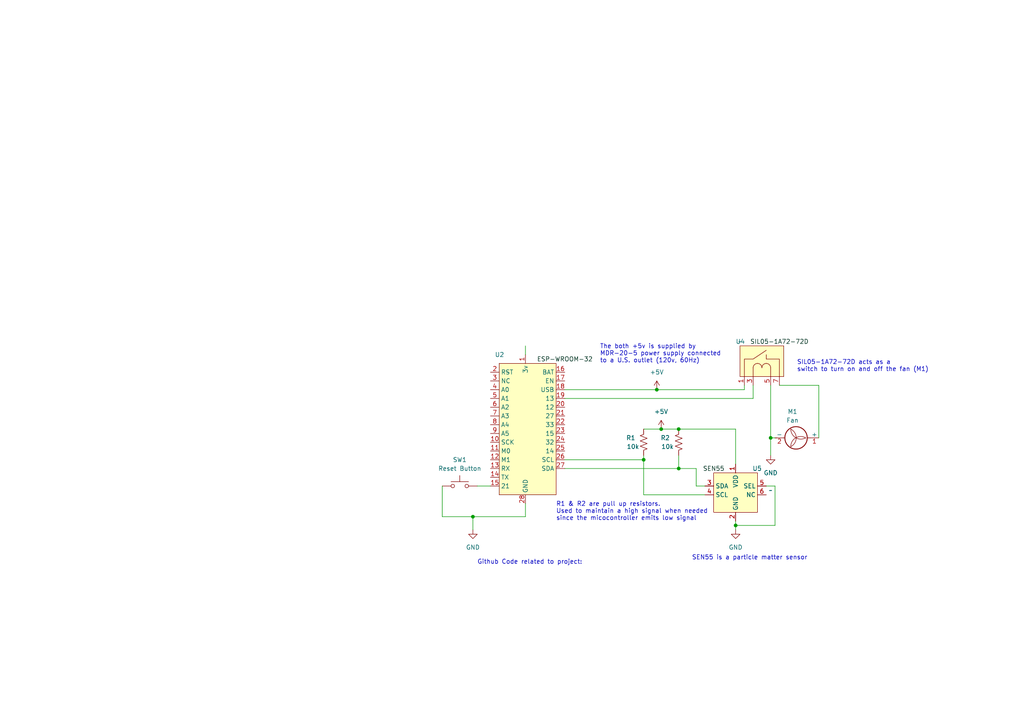
<source format=kicad_sch>
(kicad_sch (version 20230121) (generator eeschema)

  (uuid 294e433e-dd30-4455-879b-950749cb0ec9)

  (paper "A4")

  (title_block
    (title "Air Quality Sensor Mk2")
    (date "2024-07-08")
    (rev "1")
    (company "University of Washing AUEG Club")
  )

  (lib_symbols
    (symbol "Device:R_US" (pin_numbers hide) (pin_names (offset 0)) (in_bom yes) (on_board yes)
      (property "Reference" "R" (at 2.54 0 90)
        (effects (font (size 1.27 1.27)))
      )
      (property "Value" "R_US" (at -2.54 0 90)
        (effects (font (size 1.27 1.27)))
      )
      (property "Footprint" "" (at 1.016 -0.254 90)
        (effects (font (size 1.27 1.27)) hide)
      )
      (property "Datasheet" "~" (at 0 0 0)
        (effects (font (size 1.27 1.27)) hide)
      )
      (property "ki_keywords" "R res resistor" (at 0 0 0)
        (effects (font (size 1.27 1.27)) hide)
      )
      (property "ki_description" "Resistor, US symbol" (at 0 0 0)
        (effects (font (size 1.27 1.27)) hide)
      )
      (property "ki_fp_filters" "R_*" (at 0 0 0)
        (effects (font (size 1.27 1.27)) hide)
      )
      (symbol "R_US_0_1"
        (polyline
          (pts
            (xy 0 -2.286)
            (xy 0 -2.54)
          )
          (stroke (width 0) (type default))
          (fill (type none))
        )
        (polyline
          (pts
            (xy 0 2.286)
            (xy 0 2.54)
          )
          (stroke (width 0) (type default))
          (fill (type none))
        )
        (polyline
          (pts
            (xy 0 -0.762)
            (xy 1.016 -1.143)
            (xy 0 -1.524)
            (xy -1.016 -1.905)
            (xy 0 -2.286)
          )
          (stroke (width 0) (type default))
          (fill (type none))
        )
        (polyline
          (pts
            (xy 0 0.762)
            (xy 1.016 0.381)
            (xy 0 0)
            (xy -1.016 -0.381)
            (xy 0 -0.762)
          )
          (stroke (width 0) (type default))
          (fill (type none))
        )
        (polyline
          (pts
            (xy 0 2.286)
            (xy 1.016 1.905)
            (xy 0 1.524)
            (xy -1.016 1.143)
            (xy 0 0.762)
          )
          (stroke (width 0) (type default))
          (fill (type none))
        )
      )
      (symbol "R_US_1_1"
        (pin passive line (at 0 3.81 270) (length 1.27)
          (name "~" (effects (font (size 1.27 1.27))))
          (number "1" (effects (font (size 1.27 1.27))))
        )
        (pin passive line (at 0 -3.81 90) (length 1.27)
          (name "~" (effects (font (size 1.27 1.27))))
          (number "2" (effects (font (size 1.27 1.27))))
        )
      )
    )
    (symbol "Motor:Fan" (pin_names (offset 0)) (in_bom yes) (on_board yes)
      (property "Reference" "M" (at 2.54 5.08 0)
        (effects (font (size 1.27 1.27)) (justify left))
      )
      (property "Value" "Fan" (at 2.54 -2.54 0)
        (effects (font (size 1.27 1.27)) (justify left top))
      )
      (property "Footprint" "" (at 0 0.254 0)
        (effects (font (size 1.27 1.27)) hide)
      )
      (property "Datasheet" "~" (at 0 0.254 0)
        (effects (font (size 1.27 1.27)) hide)
      )
      (property "ki_keywords" "Fan Motor" (at 0 0 0)
        (effects (font (size 1.27 1.27)) hide)
      )
      (property "ki_description" "Fan" (at 0 0 0)
        (effects (font (size 1.27 1.27)) hide)
      )
      (property "ki_fp_filters" "PinHeader*P2.54mm* TerminalBlock*" (at 0 0 0)
        (effects (font (size 1.27 1.27)) hide)
      )
      (symbol "Fan_0_1"
        (arc (start -2.54 -0.508) (mid 0.0028 0.9121) (end 0 3.81)
          (stroke (width 0) (type default))
          (fill (type none))
        )
        (polyline
          (pts
            (xy 0 -5.08)
            (xy 0 -4.572)
          )
          (stroke (width 0) (type default))
          (fill (type none))
        )
        (polyline
          (pts
            (xy 0 -2.2352)
            (xy 0 -2.6416)
          )
          (stroke (width 0) (type default))
          (fill (type none))
        )
        (polyline
          (pts
            (xy 0 4.2672)
            (xy 0 4.6228)
          )
          (stroke (width 0) (type default))
          (fill (type none))
        )
        (polyline
          (pts
            (xy 0 4.572)
            (xy 0 5.08)
          )
          (stroke (width 0) (type default))
          (fill (type none))
        )
        (circle (center 0 1.016) (radius 3.2512)
          (stroke (width 0.254) (type default))
          (fill (type none))
        )
        (arc (start 0 3.81) (mid 0.053 0.921) (end 2.54 -0.508)
          (stroke (width 0) (type default))
          (fill (type none))
        )
        (arc (start 2.54 -0.508) (mid 0 1.0618) (end -2.54 -0.508)
          (stroke (width 0) (type default))
          (fill (type none))
        )
      )
      (symbol "Fan_1_1"
        (pin passive line (at 0 7.62 270) (length 2.54)
          (name "+" (effects (font (size 1.27 1.27))))
          (number "1" (effects (font (size 1.27 1.27))))
        )
        (pin passive line (at 0 -5.08 90) (length 2.54)
          (name "-" (effects (font (size 1.27 1.27))))
          (number "2" (effects (font (size 1.27 1.27))))
        )
      )
    )
    (symbol "Other Integrated Circuits:SIL_REED_RELAY SIL05-1A72-72D" (in_bom yes) (on_board yes)
      (property "Reference" "U" (at -19.05 3.81 0)
        (effects (font (size 1.27 1.27)))
      )
      (property "Value" "" (at -19.05 3.81 0)
        (effects (font (size 1.27 1.27)))
      )
      (property "Footprint" "" (at -19.05 3.81 0)
        (effects (font (size 1.27 1.27)) hide)
      )
      (property "Datasheet" "" (at -19.05 3.81 0)
        (effects (font (size 1.27 1.27)) hide)
      )
      (symbol "SIL_REED_RELAY SIL05-1A72-72D_0_1"
        (arc (start -13.97 -2.54) (mid -14.868 -2.912) (end -15.24 -3.81)
          (stroke (width 0) (type default))
          (fill (type none))
        )
        (arc (start -12.7 -3.81) (mid -13.072 -2.912) (end -13.97 -2.54)
          (stroke (width 0) (type default))
          (fill (type none))
        )
        (arc (start -11.43 -2.54) (mid -12.328 -2.912) (end -12.7 -3.81)
          (stroke (width 0) (type default))
          (fill (type none))
        )
        (arc (start -10.16 -3.81) (mid -10.532 -2.912) (end -11.43 -2.54)
          (stroke (width 0) (type default))
          (fill (type none))
        )
        (polyline
          (pts
            (xy -15.24 -3.81)
            (xy -15.24 -6.35)
          )
          (stroke (width 0) (type default))
          (fill (type none))
        )
        (polyline
          (pts
            (xy -10.16 -3.81)
            (xy -10.16 -6.35)
          )
          (stroke (width 0) (type default))
          (fill (type none))
        )
        (polyline
          (pts
            (xy -17.78 -6.35)
            (xy -17.78 -1.27)
            (xy -15.24 -1.27)
            (xy -11.43 1.27)
          )
          (stroke (width 0) (type default))
          (fill (type none))
        )
        (polyline
          (pts
            (xy -11.43 0)
            (xy -11.43 -1.27)
            (xy -7.62 -1.27)
            (xy -7.62 -6.35)
          )
          (stroke (width 0) (type default))
          (fill (type none))
        )
      )
      (symbol "SIL_REED_RELAY SIL05-1A72-72D_1_1"
        (rectangle (start -19.05 2.54) (end -6.35 -6.35)
          (stroke (width 0) (type default))
          (fill (type background))
        )
        (text "SIL05-1A72-72D" (at -7.62 3.81 0)
          (effects (font (size 1.27 1.27) (color 1 50 32 1)))
        )
        (pin bidirectional line (at -17.78 -8.89 90) (length 2.54)
          (name "" (effects (font (size 1.27 1.27))))
          (number "1" (effects (font (size 1.27 1.27))))
        )
        (pin bidirectional line (at -15.24 -8.89 90) (length 2.54)
          (name "" (effects (font (size 1.27 1.27))))
          (number "3" (effects (font (size 1.27 1.27))))
        )
        (pin bidirectional line (at -10.16 -8.89 90) (length 2.54)
          (name "" (effects (font (size 1.27 1.27))))
          (number "5" (effects (font (size 1.27 1.27))))
        )
        (pin bidirectional line (at -7.62 -8.89 90) (length 2.54)
          (name "" (effects (font (size 1.27 1.27))))
          (number "7" (effects (font (size 1.27 1.27))))
        )
      )
    )
    (symbol "Other Microcontroller:ESP32" (in_bom yes) (on_board yes)
      (property "Reference" "U" (at -2.54 3.81 0)
        (effects (font (size 1.27 1.27)))
      )
      (property "Value" "" (at 0 0 0)
        (effects (font (size 1.27 1.27)))
      )
      (property "Footprint" "" (at 0 0 0)
        (effects (font (size 1.27 1.27)) hide)
      )
      (property "Datasheet" "" (at 0 0 0)
        (effects (font (size 1.27 1.27)) hide)
      )
      (symbol "ESP32_1_1"
        (rectangle (start -2.54 2.54) (end 13.97 -35.56)
          (stroke (width 0) (type default))
          (fill (type background))
        )
        (text "ESP-WROOM-32\n" (at 16.51 3.81 0)
          (effects (font (size 1.27 1.27) (color 1 50 32 1)))
        )
        (pin input line (at 5.08 5.08 270) (length 2.54)
          (name "3v" (effects (font (size 1.27 1.27))))
          (number "1" (effects (font (size 1.27 1.27))))
        )
        (pin bidirectional line (at -5.08 -20.32 0) (length 2.54)
          (name "SCK" (effects (font (size 1.27 1.27))))
          (number "10" (effects (font (size 1.27 1.27))))
        )
        (pin bidirectional line (at -5.08 -22.86 0) (length 2.54)
          (name "M0" (effects (font (size 1.27 1.27))))
          (number "11" (effects (font (size 1.27 1.27))))
        )
        (pin bidirectional line (at -5.08 -25.4 0) (length 2.54)
          (name "M1" (effects (font (size 1.27 1.27))))
          (number "12" (effects (font (size 1.27 1.27))))
        )
        (pin bidirectional line (at -5.08 -27.94 0) (length 2.54)
          (name "RX" (effects (font (size 1.27 1.27))))
          (number "13" (effects (font (size 1.27 1.27))))
        )
        (pin bidirectional line (at -5.08 -30.48 0) (length 2.54)
          (name "TX" (effects (font (size 1.27 1.27))))
          (number "14" (effects (font (size 1.27 1.27))))
        )
        (pin bidirectional line (at -5.08 -33.02 0) (length 2.54)
          (name "21" (effects (font (size 1.27 1.27))))
          (number "15" (effects (font (size 1.27 1.27))))
        )
        (pin bidirectional line (at 16.51 0 180) (length 2.54)
          (name "BAT" (effects (font (size 1.27 1.27))))
          (number "16" (effects (font (size 1.27 1.27))))
        )
        (pin bidirectional line (at 16.51 -2.54 180) (length 2.54)
          (name "EN" (effects (font (size 1.27 1.27))))
          (number "17" (effects (font (size 1.27 1.27))))
        )
        (pin bidirectional line (at 16.51 -5.08 180) (length 2.54)
          (name "USB" (effects (font (size 1.27 1.27))))
          (number "18" (effects (font (size 1.27 1.27))))
        )
        (pin bidirectional line (at 16.51 -7.62 180) (length 2.54)
          (name "13" (effects (font (size 1.27 1.27))))
          (number "19" (effects (font (size 1.27 1.27))))
        )
        (pin bidirectional line (at -5.08 0 0) (length 2.54)
          (name "RST" (effects (font (size 1.27 1.27))))
          (number "2" (effects (font (size 1.27 1.27))))
        )
        (pin bidirectional line (at 16.51 -10.16 180) (length 2.54)
          (name "12" (effects (font (size 1.27 1.27))))
          (number "20" (effects (font (size 1.27 1.27))))
        )
        (pin bidirectional line (at 16.51 -12.7 180) (length 2.54)
          (name "27" (effects (font (size 1.27 1.27))))
          (number "21" (effects (font (size 1.27 1.27))))
        )
        (pin bidirectional line (at 16.51 -15.24 180) (length 2.54)
          (name "33" (effects (font (size 1.27 1.27))))
          (number "22" (effects (font (size 1.27 1.27))))
        )
        (pin bidirectional line (at 16.51 -17.78 180) (length 2.54)
          (name "15" (effects (font (size 1.27 1.27))))
          (number "23" (effects (font (size 1.27 1.27))))
        )
        (pin bidirectional line (at 16.51 -20.32 180) (length 2.54)
          (name "32" (effects (font (size 1.27 1.27))))
          (number "24" (effects (font (size 1.27 1.27))))
        )
        (pin bidirectional line (at 16.51 -22.86 180) (length 2.54)
          (name "14" (effects (font (size 1.27 1.27))))
          (number "25" (effects (font (size 1.27 1.27))))
        )
        (pin bidirectional line (at 16.51 -25.4 180) (length 2.54)
          (name "SCL" (effects (font (size 1.27 1.27))))
          (number "26" (effects (font (size 1.27 1.27))))
        )
        (pin bidirectional line (at 16.51 -27.94 180) (length 2.54)
          (name "SDA" (effects (font (size 1.27 1.27))))
          (number "27" (effects (font (size 1.27 1.27))))
        )
        (pin input line (at 5.08 -38.1 90) (length 2.54)
          (name "GND" (effects (font (size 1.27 1.27))))
          (number "28" (effects (font (size 1.27 1.27))))
        )
        (pin bidirectional line (at -5.08 -2.54 0) (length 2.54)
          (name "NC" (effects (font (size 1.27 1.27))))
          (number "3" (effects (font (size 1.27 1.27))))
        )
        (pin bidirectional line (at -5.08 -5.08 0) (length 2.54)
          (name "A0" (effects (font (size 1.27 1.27))))
          (number "4" (effects (font (size 1.27 1.27))))
        )
        (pin bidirectional line (at -5.08 -7.62 0) (length 2.54)
          (name "A1" (effects (font (size 1.27 1.27))))
          (number "5" (effects (font (size 1.27 1.27))))
        )
        (pin bidirectional line (at -5.08 -10.16 0) (length 2.54)
          (name "A2" (effects (font (size 1.27 1.27))))
          (number "6" (effects (font (size 1.27 1.27))))
        )
        (pin bidirectional line (at -5.08 -12.7 0) (length 2.54)
          (name "A3" (effects (font (size 1.27 1.27))))
          (number "7" (effects (font (size 1.27 1.27))))
        )
        (pin bidirectional line (at -5.08 -15.24 0) (length 2.54)
          (name "A4" (effects (font (size 1.27 1.27))))
          (number "8" (effects (font (size 1.27 1.27))))
        )
        (pin bidirectional line (at -5.08 -17.78 0) (length 2.54)
          (name "A5" (effects (font (size 1.27 1.27))))
          (number "9" (effects (font (size 1.27 1.27))))
        )
      )
    )
    (symbol "Other Sensors:SEN55" (in_bom yes) (on_board yes)
      (property "Reference" "U" (at -6.35 12.7 0)
        (effects (font (size 1.27 1.27)))
      )
      (property "Value" "" (at -10.16 6.35 0)
        (effects (font (size 1.27 1.27)))
      )
      (property "Footprint" "" (at -10.16 6.35 0)
        (effects (font (size 1.27 1.27)) hide)
      )
      (property "Datasheet" "" (at -10.16 6.35 0)
        (effects (font (size 1.27 1.27)) hide)
      )
      (symbol "SEN55_1_1"
        (rectangle (start -6.35 11.43) (end 6.35 0)
          (stroke (width 0) (type default))
          (fill (type background))
        )
        (text "SEN55\n" (at 6.35 12.7 0)
          (effects (font (size 1.27 1.27) (color 1 50 32 1)))
        )
        (pin input line (at 0 13.97 270) (length 2.54)
          (name "VDD" (effects (font (size 1.27 1.27))))
          (number "1" (effects (font (size 1.27 1.27))))
        )
        (pin output line (at 0 -2.54 90) (length 2.54)
          (name "GND" (effects (font (size 1.27 1.27))))
          (number "2" (effects (font (size 1.27 1.27))))
        )
        (pin bidirectional line (at 8.89 7.62 180) (length 2.54)
          (name "SDA" (effects (font (size 1.27 1.27))))
          (number "3" (effects (font (size 1.27 1.27))))
        )
        (pin input line (at 8.89 5.08 180) (length 2.54)
          (name "SCL" (effects (font (size 1.27 1.27))))
          (number "4" (effects (font (size 1.27 1.27))))
        )
        (pin output line (at -8.89 7.62 0) (length 2.54)
          (name "SEL" (effects (font (size 1.27 1.27))))
          (number "5" (effects (font (size 1.27 1.27))))
        )
        (pin output line (at -8.89 5.08 0) (length 2.54)
          (name "NC" (effects (font (size 1.27 1.27))))
          (number "6" (effects (font (size 1.27 1.27))))
        )
      )
    )
    (symbol "Switch:SW_Push" (pin_numbers hide) (pin_names (offset 1.016) hide) (in_bom yes) (on_board yes)
      (property "Reference" "SW" (at 1.27 2.54 0)
        (effects (font (size 1.27 1.27)) (justify left))
      )
      (property "Value" "SW_Push" (at 0 -1.524 0)
        (effects (font (size 1.27 1.27)))
      )
      (property "Footprint" "" (at 0 5.08 0)
        (effects (font (size 1.27 1.27)) hide)
      )
      (property "Datasheet" "~" (at 0 5.08 0)
        (effects (font (size 1.27 1.27)) hide)
      )
      (property "ki_keywords" "switch normally-open pushbutton push-button" (at 0 0 0)
        (effects (font (size 1.27 1.27)) hide)
      )
      (property "ki_description" "Push button switch, generic, two pins" (at 0 0 0)
        (effects (font (size 1.27 1.27)) hide)
      )
      (symbol "SW_Push_0_1"
        (circle (center -2.032 0) (radius 0.508)
          (stroke (width 0) (type default))
          (fill (type none))
        )
        (polyline
          (pts
            (xy 0 1.27)
            (xy 0 3.048)
          )
          (stroke (width 0) (type default))
          (fill (type none))
        )
        (polyline
          (pts
            (xy 2.54 1.27)
            (xy -2.54 1.27)
          )
          (stroke (width 0) (type default))
          (fill (type none))
        )
        (circle (center 2.032 0) (radius 0.508)
          (stroke (width 0) (type default))
          (fill (type none))
        )
        (pin passive line (at -5.08 0 0) (length 2.54)
          (name "1" (effects (font (size 1.27 1.27))))
          (number "1" (effects (font (size 1.27 1.27))))
        )
        (pin passive line (at 5.08 0 180) (length 2.54)
          (name "2" (effects (font (size 1.27 1.27))))
          (number "2" (effects (font (size 1.27 1.27))))
        )
      )
    )
    (symbol "power:+5V" (power) (pin_names (offset 0)) (in_bom yes) (on_board yes)
      (property "Reference" "#PWR" (at 0 -3.81 0)
        (effects (font (size 1.27 1.27)) hide)
      )
      (property "Value" "+5V" (at 0 3.556 0)
        (effects (font (size 1.27 1.27)))
      )
      (property "Footprint" "" (at 0 0 0)
        (effects (font (size 1.27 1.27)) hide)
      )
      (property "Datasheet" "" (at 0 0 0)
        (effects (font (size 1.27 1.27)) hide)
      )
      (property "ki_keywords" "global power" (at 0 0 0)
        (effects (font (size 1.27 1.27)) hide)
      )
      (property "ki_description" "Power symbol creates a global label with name \"+5V\"" (at 0 0 0)
        (effects (font (size 1.27 1.27)) hide)
      )
      (symbol "+5V_0_1"
        (polyline
          (pts
            (xy -0.762 1.27)
            (xy 0 2.54)
          )
          (stroke (width 0) (type default))
          (fill (type none))
        )
        (polyline
          (pts
            (xy 0 0)
            (xy 0 2.54)
          )
          (stroke (width 0) (type default))
          (fill (type none))
        )
        (polyline
          (pts
            (xy 0 2.54)
            (xy 0.762 1.27)
          )
          (stroke (width 0) (type default))
          (fill (type none))
        )
      )
      (symbol "+5V_1_1"
        (pin power_in line (at 0 0 90) (length 0) hide
          (name "+5V" (effects (font (size 1.27 1.27))))
          (number "1" (effects (font (size 1.27 1.27))))
        )
      )
    )
    (symbol "power:GND" (power) (pin_names (offset 0)) (in_bom yes) (on_board yes)
      (property "Reference" "#PWR" (at 0 -6.35 0)
        (effects (font (size 1.27 1.27)) hide)
      )
      (property "Value" "GND" (at 0 -3.81 0)
        (effects (font (size 1.27 1.27)))
      )
      (property "Footprint" "" (at 0 0 0)
        (effects (font (size 1.27 1.27)) hide)
      )
      (property "Datasheet" "" (at 0 0 0)
        (effects (font (size 1.27 1.27)) hide)
      )
      (property "ki_keywords" "global power" (at 0 0 0)
        (effects (font (size 1.27 1.27)) hide)
      )
      (property "ki_description" "Power symbol creates a global label with name \"GND\" , ground" (at 0 0 0)
        (effects (font (size 1.27 1.27)) hide)
      )
      (symbol "GND_0_1"
        (polyline
          (pts
            (xy 0 0)
            (xy 0 -1.27)
            (xy 1.27 -1.27)
            (xy 0 -2.54)
            (xy -1.27 -1.27)
            (xy 0 -1.27)
          )
          (stroke (width 0) (type default))
          (fill (type none))
        )
      )
      (symbol "GND_1_1"
        (pin power_in line (at 0 0 270) (length 0) hide
          (name "GND" (effects (font (size 1.27 1.27))))
          (number "1" (effects (font (size 1.27 1.27))))
        )
      )
    )
  )

  (junction (at 190.5 113.03) (diameter 0) (color 0 0 0 0)
    (uuid 23072df9-b69c-410c-bb4a-e8bf2af9ceed)
  )
  (junction (at 223.52 127) (diameter 0) (color 0 0 0 0)
    (uuid 5118bd23-d674-449b-a691-9f10dcfcbf8c)
  )
  (junction (at 196.85 124.46) (diameter 0) (color 0 0 0 0)
    (uuid 55006f8f-04ba-455c-93de-af5eb8018f25)
  )
  (junction (at 191.77 124.46) (diameter 0) (color 0 0 0 0)
    (uuid 843a494e-84b1-4ed1-8334-49e2b5357087)
  )
  (junction (at 186.69 133.35) (diameter 0) (color 0 0 0 0)
    (uuid b10bcef7-a25c-4d95-8fd5-42d5479f4908)
  )
  (junction (at 213.36 152.4) (diameter 0) (color 0 0 0 0)
    (uuid b367016e-8300-4f81-9557-761882d344b6)
  )
  (junction (at 196.85 135.89) (diameter 0) (color 0 0 0 0)
    (uuid b56df007-31aa-4edb-95a4-010668f6d7ad)
  )
  (junction (at 137.16 149.86) (diameter 0) (color 0 0 0 0)
    (uuid b5c36189-241e-4d25-9605-c1db55ff07e6)
  )

  (wire (pts (xy 196.85 135.89) (xy 201.93 135.89))
    (stroke (width 0) (type default))
    (uuid 02083e52-f728-4f96-8c81-5c019065d2ca)
  )
  (wire (pts (xy 163.83 113.03) (xy 190.5 113.03))
    (stroke (width 0) (type default))
    (uuid 0c3d7999-14df-446a-a41a-2644b567ec14)
  )
  (wire (pts (xy 224.79 140.97) (xy 224.79 152.4))
    (stroke (width 0) (type default))
    (uuid 0ce2f5e2-6c4a-4827-bc33-1715c8558d87)
  )
  (wire (pts (xy 186.69 133.35) (xy 186.69 143.51))
    (stroke (width 0) (type default))
    (uuid 14ad7872-c41d-468e-9101-f89bdeafc1ca)
  )
  (wire (pts (xy 224.79 152.4) (xy 213.36 152.4))
    (stroke (width 0) (type default))
    (uuid 1c80b706-e74e-4d27-ba3a-37b66cc28122)
  )
  (wire (pts (xy 204.47 140.97) (xy 201.93 140.97))
    (stroke (width 0) (type default))
    (uuid 2772b0c8-a6a0-4c2e-bbc5-1e1838963511)
  )
  (wire (pts (xy 152.4 100.33) (xy 152.4 102.87))
    (stroke (width 0) (type default))
    (uuid 294d9271-f18f-4d97-bb15-6183b67bbb3a)
  )
  (wire (pts (xy 213.36 124.46) (xy 213.36 134.62))
    (stroke (width 0) (type default))
    (uuid 2ab86b3c-3b01-4290-8ace-1ec8c8dbf5d0)
  )
  (wire (pts (xy 237.49 111.76) (xy 237.49 127))
    (stroke (width 0) (type default))
    (uuid 2ff79e3b-262f-472d-ae23-590e2e8003b4)
  )
  (wire (pts (xy 223.52 111.76) (xy 223.52 127))
    (stroke (width 0) (type default))
    (uuid 46ef7b66-c68d-4d36-b60c-67774fe4c2ab)
  )
  (wire (pts (xy 186.69 132.08) (xy 186.69 133.35))
    (stroke (width 0) (type default))
    (uuid 4f7a5fd2-023b-46b0-a250-7c0551a5dcf0)
  )
  (wire (pts (xy 223.52 127) (xy 223.52 132.08))
    (stroke (width 0) (type default))
    (uuid 4f9f1a31-1328-4e5a-80fc-2120cc330898)
  )
  (wire (pts (xy 218.44 115.57) (xy 218.44 111.76))
    (stroke (width 0) (type default))
    (uuid 5086b3ea-c9f4-4849-b35c-0f233c7973ce)
  )
  (wire (pts (xy 196.85 124.46) (xy 213.36 124.46))
    (stroke (width 0) (type default))
    (uuid 59e15b22-a2b7-48b0-8c41-03a7775eb97a)
  )
  (wire (pts (xy 196.85 124.46) (xy 191.77 124.46))
    (stroke (width 0) (type default))
    (uuid 5b221344-6a8e-4907-9866-ce6d1004b205)
  )
  (wire (pts (xy 152.4 146.05) (xy 152.4 149.86))
    (stroke (width 0) (type default))
    (uuid 6540a039-aaec-432c-a1b3-5a0bfb553b3e)
  )
  (wire (pts (xy 163.83 115.57) (xy 218.44 115.57))
    (stroke (width 0) (type default))
    (uuid 7b209e3d-6c2e-40a9-8c29-8eed60f8bc11)
  )
  (wire (pts (xy 163.83 135.89) (xy 196.85 135.89))
    (stroke (width 0) (type default))
    (uuid 8516cfa1-a3b8-431f-bf01-463b7b595625)
  )
  (wire (pts (xy 190.5 113.03) (xy 215.9 113.03))
    (stroke (width 0) (type default))
    (uuid 8d856841-6444-4d63-8943-11a8b2796970)
  )
  (wire (pts (xy 223.52 127) (xy 224.79 127))
    (stroke (width 0) (type default))
    (uuid 96880c2e-2099-434b-af44-7537482bb4a2)
  )
  (wire (pts (xy 128.27 149.86) (xy 137.16 149.86))
    (stroke (width 0) (type default))
    (uuid a5bbb845-6850-4131-b811-380b985c7915)
  )
  (wire (pts (xy 191.77 124.46) (xy 186.69 124.46))
    (stroke (width 0) (type default))
    (uuid a6d946d0-9382-4ec5-8cd7-2ddde0c3b569)
  )
  (wire (pts (xy 213.36 152.4) (xy 213.36 153.67))
    (stroke (width 0) (type default))
    (uuid a9c5f6f1-d0f0-44f0-b957-4c7b2df6f034)
  )
  (wire (pts (xy 137.16 149.86) (xy 152.4 149.86))
    (stroke (width 0) (type default))
    (uuid adbe1f9a-8f7f-468d-9665-efd16024b67a)
  )
  (wire (pts (xy 215.9 113.03) (xy 215.9 111.76))
    (stroke (width 0) (type default))
    (uuid b08c2da4-76e7-4174-a1a3-dae1a9586150)
  )
  (wire (pts (xy 201.93 135.89) (xy 201.93 140.97))
    (stroke (width 0) (type default))
    (uuid b505fba2-7dce-4c42-952a-7ff3b12cd406)
  )
  (wire (pts (xy 163.83 133.35) (xy 186.69 133.35))
    (stroke (width 0) (type default))
    (uuid b96a3e61-6b2a-43fa-803d-f1c378ea23b8)
  )
  (wire (pts (xy 226.06 111.76) (xy 237.49 111.76))
    (stroke (width 0) (type default))
    (uuid c7a364f0-6c38-41a0-b338-7ac2dbf907ba)
  )
  (wire (pts (xy 128.27 140.97) (xy 128.27 149.86))
    (stroke (width 0) (type default))
    (uuid c7d0139e-4ca9-4113-bd99-3cb033e9d3dd)
  )
  (wire (pts (xy 137.16 149.86) (xy 137.16 153.67))
    (stroke (width 0) (type default))
    (uuid cb64a351-70ef-4cf1-af1d-793cfa258b36)
  )
  (wire (pts (xy 186.69 143.51) (xy 204.47 143.51))
    (stroke (width 0) (type default))
    (uuid cf2d148e-6e37-44e0-853f-d33d534e4a0a)
  )
  (wire (pts (xy 142.24 140.97) (xy 138.43 140.97))
    (stroke (width 0) (type default))
    (uuid e10684e8-5599-4992-aaa8-6888112993ab)
  )
  (wire (pts (xy 213.36 151.13) (xy 213.36 152.4))
    (stroke (width 0) (type default))
    (uuid e96e1d82-f858-4131-a26d-15322ecd267c)
  )
  (wire (pts (xy 196.85 132.08) (xy 196.85 135.89))
    (stroke (width 0) (type default))
    (uuid fa6d9cdf-af0e-4a58-9e73-487178257cb4)
  )
  (wire (pts (xy 222.25 140.97) (xy 224.79 140.97))
    (stroke (width 0) (type default))
    (uuid ff6804ea-8a86-44da-bbd9-ddde328c6ff3)
  )

  (text "The both +5v is supplied by\nMDR-20-5 power supply connected \nto a U.S. outlet (120v, 60Hz) \n"
    (at 173.99 105.41 0)
    (effects (font (size 1.27 1.27)) (justify left bottom))
    (uuid 2b4796f5-c409-4d09-ad2c-d421463eeac6)
  )
  (text "R1 & R2 are pull up resistors. \nUsed to maintain a high signal when needed \nsince the micocontroller emits low signal"
    (at 161.29 151.13 0)
    (effects (font (size 1.27 1.27)) (justify left bottom))
    (uuid 559d03a6-c2e6-4a15-b9c9-c2225c7e4c97)
  )
  (text "SIL05-1A72-72D acts as a \nswitch to turn on and off the fan (M1)"
    (at 231.14 107.95 0)
    (effects (font (size 1.27 1.27)) (justify left bottom))
    (uuid 664e9095-16d0-4b6c-b305-05ad60288851)
  )
  (text "SEN55 is a particle matter sensor\n" (at 200.66 162.56 0)
    (effects (font (size 1.27 1.27)) (justify left bottom))
    (uuid d940458c-761e-4347-a347-6c3039d455b4)
  )
  (text "Github Code related to project: " (at 138.43 163.83 0)
    (effects (font (size 1.27 1.27)) (justify left bottom))
    (uuid e1afaebd-387e-4011-ade3-a1487898e24e)
  )

  (symbol (lib_id "Other Sensors:SEN55") (at 213.36 148.59 0) (mirror y) (unit 1)
    (in_bom yes) (on_board yes) (dnp no)
    (uuid 26335caa-8466-41c7-8533-3cedcd2df4e4)
    (property "Reference" "U5" (at 220.98 135.89 0)
      (effects (font (size 1.27 1.27)) (justify left))
    )
    (property "Value" "~" (at 223.52 142.24 0)
      (effects (font (size 1.27 1.27)))
    )
    (property "Footprint" "" (at 223.52 142.24 0)
      (effects (font (size 1.27 1.27)) hide)
    )
    (property "Datasheet" "" (at 223.52 142.24 0)
      (effects (font (size 1.27 1.27)) hide)
    )
    (pin "1" (uuid 6bcbdcab-ae4b-49fb-aae5-0128dcfaaba5))
    (pin "3" (uuid 04f9faab-efdf-467e-8f01-a7c9d8c8664f))
    (pin "2" (uuid 86f19902-e40a-46a0-acde-98559d929742))
    (pin "4" (uuid be41c910-b855-422c-b903-3206e21d215c))
    (pin "6" (uuid 35809653-3a3f-4173-a436-ce4f02fa70b0))
    (pin "5" (uuid ec610980-582e-4d1e-8c71-df2a9894d2dd))
    (instances
      (project "AUEG AirQuality Sensor Mk2"
        (path "/294e433e-dd30-4455-879b-950749cb0ec9"
          (reference "U5") (unit 1)
        )
      )
    )
  )

  (symbol (lib_id "power:GND") (at 223.52 132.08 0) (unit 1)
    (in_bom yes) (on_board yes) (dnp no) (fields_autoplaced)
    (uuid 32576a37-3e5c-4fd9-9a71-3267450efc1a)
    (property "Reference" "#PWR03" (at 223.52 138.43 0)
      (effects (font (size 1.27 1.27)) hide)
    )
    (property "Value" "GND" (at 223.52 137.16 0)
      (effects (font (size 1.27 1.27)))
    )
    (property "Footprint" "" (at 223.52 132.08 0)
      (effects (font (size 1.27 1.27)) hide)
    )
    (property "Datasheet" "" (at 223.52 132.08 0)
      (effects (font (size 1.27 1.27)) hide)
    )
    (pin "1" (uuid bbfd8175-5846-48d6-9f59-6dc86b0b0306))
    (instances
      (project "AUEG AirQuality Sensor Mk2"
        (path "/294e433e-dd30-4455-879b-950749cb0ec9"
          (reference "#PWR03") (unit 1)
        )
      )
      (project "AUEG AirQuality Sensor Mk1"
        (path "/7952aa3d-5e61-4d9a-838e-3c6cdf60cb39"
          (reference "#PWR04") (unit 1)
        )
      )
    )
  )

  (symbol (lib_id "power:GND") (at 137.16 153.67 0) (unit 1)
    (in_bom yes) (on_board yes) (dnp no) (fields_autoplaced)
    (uuid 345bec00-5aef-4659-88e2-aa6b2811cb11)
    (property "Reference" "#PWR01" (at 137.16 160.02 0)
      (effects (font (size 1.27 1.27)) hide)
    )
    (property "Value" "GND" (at 137.16 158.75 0)
      (effects (font (size 1.27 1.27)))
    )
    (property "Footprint" "" (at 137.16 153.67 0)
      (effects (font (size 1.27 1.27)) hide)
    )
    (property "Datasheet" "" (at 137.16 153.67 0)
      (effects (font (size 1.27 1.27)) hide)
    )
    (pin "1" (uuid 6be46f12-476d-459a-baec-02a8d7736064))
    (instances
      (project "AUEG AirQuality Sensor Mk2"
        (path "/294e433e-dd30-4455-879b-950749cb0ec9"
          (reference "#PWR01") (unit 1)
        )
      )
      (project "AUEG AirQuality Sensor Mk1"
        (path "/7952aa3d-5e61-4d9a-838e-3c6cdf60cb39"
          (reference "#PWR01") (unit 1)
        )
      )
    )
  )

  (symbol (lib_id "Other Microcontroller:ESP32") (at 147.32 107.95 0) (unit 1)
    (in_bom yes) (on_board yes) (dnp no)
    (uuid 49fb2111-fb23-48a3-bfd5-ed11b4a27ce1)
    (property "Reference" "U2" (at 143.51 102.87 0)
      (effects (font (size 1.27 1.27)) (justify left))
    )
    (property "Value" "~" (at 147.32 107.95 0)
      (effects (font (size 1.27 1.27)))
    )
    (property "Footprint" "" (at 147.32 107.95 0)
      (effects (font (size 1.27 1.27)) hide)
    )
    (property "Datasheet" "" (at 147.32 107.95 0)
      (effects (font (size 1.27 1.27)) hide)
    )
    (pin "12" (uuid bef0ac2b-dc29-490f-899d-0aa9ed0deaf2))
    (pin "4" (uuid 5b8f91e4-66e0-4040-aa4b-4a03c49b5347))
    (pin "27" (uuid 07c9e880-bcc9-44e9-bce6-63dc03f684bd))
    (pin "1" (uuid 78b2a2b5-2125-4215-8744-44e7c88f5214))
    (pin "18" (uuid f8964ae7-910c-4107-befe-8e7289a6777c))
    (pin "28" (uuid 475b7aaa-f3a4-41b2-acec-9d704eda34b1))
    (pin "24" (uuid 98b12899-b9df-4d13-a3e5-12ff93b7e5e5))
    (pin "5" (uuid 7533d81d-832b-44c1-bb5b-14ec68f26401))
    (pin "6" (uuid 9a70918b-e81e-4ff2-8d2f-dc61cdc43db6))
    (pin "17" (uuid 6a66111c-b63e-40a3-97aa-197cfc675d68))
    (pin "20" (uuid c7e7b8d5-620a-4ebc-b462-ef26d1a12e79))
    (pin "19" (uuid 53a8fd76-09c0-4856-a240-4321677e3eaf))
    (pin "11" (uuid 8ebb0c68-ccb3-410b-9352-afefb4ee972e))
    (pin "2" (uuid c9bdeef3-654a-44a6-b801-c1ed8ee76374))
    (pin "25" (uuid 5fb984ed-707f-4238-9341-41d8dfa25914))
    (pin "13" (uuid 8a34da57-4c5a-4b12-8d2c-c159fd0e1d19))
    (pin "21" (uuid bcf149dd-fec2-4f12-80ce-6203e8a45a02))
    (pin "22" (uuid 1d7ebad2-c236-45f7-a5e3-8b0ad3d920af))
    (pin "23" (uuid 38721e40-06ae-429b-9c52-88b15a594e77))
    (pin "26" (uuid b4023557-788c-445a-b2e7-910697afff30))
    (pin "7" (uuid c25307ea-2fad-43d8-8dde-03ec94248520))
    (pin "14" (uuid cb5439e4-c76f-4bbc-99b2-a5791655490f))
    (pin "16" (uuid 43845b12-b125-42bb-9939-d0c814b7755b))
    (pin "9" (uuid d9fd0a78-9fa3-454e-bb08-91903f3b8f15))
    (pin "3" (uuid b1da6786-c40e-4eb0-ae01-be5385898084))
    (pin "15" (uuid 17a65f33-b955-4dab-9f32-046c30f63d82))
    (pin "10" (uuid bbe1f6a6-7751-48ce-af01-7931c0aa1b06))
    (pin "8" (uuid fa3ea5af-47e8-41e3-8402-b3afa993777f))
    (instances
      (project "AUEG AirQuality Sensor Mk2"
        (path "/294e433e-dd30-4455-879b-950749cb0ec9"
          (reference "U2") (unit 1)
        )
      )
      (project "AUEG AirQuality Sensor Mk1"
        (path "/7952aa3d-5e61-4d9a-838e-3c6cdf60cb39"
          (reference "U1") (unit 1)
        )
      )
    )
  )

  (symbol (lib_id "Device:R_US") (at 196.85 128.27 0) (mirror y) (unit 1)
    (in_bom yes) (on_board yes) (dnp no)
    (uuid 4fc753e2-9235-4a26-aa89-89d806c0ca56)
    (property "Reference" "R2" (at 194.31 127 0)
      (effects (font (size 1.27 1.27)) (justify left))
    )
    (property "Value" "10k" (at 185.42 129.54 0)
      (effects (font (size 1.27 1.27)) (justify left))
    )
    (property "Footprint" "" (at 195.834 128.524 90)
      (effects (font (size 1.27 1.27)) hide)
    )
    (property "Datasheet" "~" (at 196.85 128.27 0)
      (effects (font (size 1.27 1.27)) hide)
    )
    (pin "1" (uuid 9191c910-a4bc-4c96-9039-6cda9885eddb))
    (pin "2" (uuid 1c850cf0-2db5-47cc-bc18-1a7d9fd6b7f8))
    (instances
      (project "AUEG AirQuality Sensor Mk2"
        (path "/294e433e-dd30-4455-879b-950749cb0ec9"
          (reference "R2") (unit 1)
        )
      )
    )
  )

  (symbol (lib_id "Switch:SW_Push") (at 133.35 140.97 0) (unit 1)
    (in_bom yes) (on_board yes) (dnp no) (fields_autoplaced)
    (uuid 59ee9e91-f4c0-4d79-9467-3816cacd16cb)
    (property "Reference" "SW1" (at 133.35 133.35 0)
      (effects (font (size 1.27 1.27)))
    )
    (property "Value" "Reset Button" (at 133.35 135.89 0)
      (effects (font (size 1.27 1.27)))
    )
    (property "Footprint" "" (at 133.35 135.89 0)
      (effects (font (size 1.27 1.27)) hide)
    )
    (property "Datasheet" "~" (at 133.35 135.89 0)
      (effects (font (size 1.27 1.27)) hide)
    )
    (pin "1" (uuid 6fcd440d-98e5-44cb-9dc4-d96fc6983b0b))
    (pin "2" (uuid 1f5ceacf-2e16-4a66-8246-48dd459255e8))
    (instances
      (project "AUEG AirQuality Sensor Mk2"
        (path "/294e433e-dd30-4455-879b-950749cb0ec9"
          (reference "SW1") (unit 1)
        )
      )
      (project "AUEG AirQuality Sensor Mk1"
        (path "/7952aa3d-5e61-4d9a-838e-3c6cdf60cb39"
          (reference "SW1") (unit 1)
        )
      )
    )
  )

  (symbol (lib_id "Other Integrated Circuits:SIL_REED_RELAY SIL05-1A72-72D") (at 233.68 102.87 0) (unit 1)
    (in_bom yes) (on_board yes) (dnp no)
    (uuid 8030da00-7ed0-4a14-b372-9f929d0d6970)
    (property "Reference" "U4" (at 213.36 99.06 0)
      (effects (font (size 1.27 1.27)) (justify left))
    )
    (property "Value" "~" (at 214.63 99.06 0)
      (effects (font (size 1.27 1.27)))
    )
    (property "Footprint" "" (at 214.63 99.06 0)
      (effects (font (size 1.27 1.27)) hide)
    )
    (property "Datasheet" "" (at 214.63 99.06 0)
      (effects (font (size 1.27 1.27)) hide)
    )
    (pin "7" (uuid dec39ff5-e4e9-46ef-88e6-c0c3262ae3da))
    (pin "1" (uuid a20468a3-c0fe-4f8c-94ea-4c6db9ba26e8))
    (pin "5" (uuid d9bc3a6f-c319-417a-a927-e22f7e198a76))
    (pin "3" (uuid 690bf073-5147-4261-829f-a1bbae7bb347))
    (instances
      (project "AUEG AirQuality Sensor Mk2"
        (path "/294e433e-dd30-4455-879b-950749cb0ec9"
          (reference "U4") (unit 1)
        )
      )
      (project "AUEG AirQuality Sensor Mk1"
        (path "/7952aa3d-5e61-4d9a-838e-3c6cdf60cb39"
          (reference "U5") (unit 1)
        )
      )
    )
  )

  (symbol (lib_id "power:+5V") (at 191.77 124.46 0) (mirror y) (unit 1)
    (in_bom yes) (on_board yes) (dnp no) (fields_autoplaced)
    (uuid 85d1d512-da1a-44b1-9551-6789ba8f6031)
    (property "Reference" "#PWR04" (at 191.77 128.27 0)
      (effects (font (size 1.27 1.27)) hide)
    )
    (property "Value" "+5V" (at 191.77 119.38 0)
      (effects (font (size 1.27 1.27)))
    )
    (property "Footprint" "" (at 191.77 124.46 0)
      (effects (font (size 1.27 1.27)) hide)
    )
    (property "Datasheet" "" (at 191.77 124.46 0)
      (effects (font (size 1.27 1.27)) hide)
    )
    (pin "1" (uuid 12ca695e-8028-4396-84cc-e923c6d53658))
    (instances
      (project "AUEG AirQuality Sensor Mk2"
        (path "/294e433e-dd30-4455-879b-950749cb0ec9"
          (reference "#PWR04") (unit 1)
        )
      )
    )
  )

  (symbol (lib_id "Motor:Fan") (at 229.87 127 270) (mirror x) (unit 1)
    (in_bom yes) (on_board yes) (dnp no)
    (uuid a4da4b60-b786-4856-8eb3-7f02f42dd2a6)
    (property "Reference" "M1" (at 229.87 119.38 90)
      (effects (font (size 1.27 1.27)))
    )
    (property "Value" "Fan" (at 229.87 121.92 90)
      (effects (font (size 1.27 1.27)))
    )
    (property "Footprint" "" (at 230.124 127 0)
      (effects (font (size 1.27 1.27)) hide)
    )
    (property "Datasheet" "~" (at 230.124 127 0)
      (effects (font (size 1.27 1.27)) hide)
    )
    (pin "1" (uuid 12c8f54c-ac84-4715-96b5-2372dab04655))
    (pin "2" (uuid dd37c4c1-fa23-4497-b0a2-a2915e498916))
    (instances
      (project "AUEG AirQuality Sensor Mk2"
        (path "/294e433e-dd30-4455-879b-950749cb0ec9"
          (reference "M1") (unit 1)
        )
      )
      (project "AUEG AirQuality Sensor Mk1"
        (path "/7952aa3d-5e61-4d9a-838e-3c6cdf60cb39"
          (reference "M1") (unit 1)
        )
      )
    )
  )

  (symbol (lib_id "power:+5V") (at 190.5 113.03 0) (unit 1)
    (in_bom yes) (on_board yes) (dnp no) (fields_autoplaced)
    (uuid cd608028-125f-44b3-8e40-81c6a3bb1172)
    (property "Reference" "#PWR02" (at 190.5 116.84 0)
      (effects (font (size 1.27 1.27)) hide)
    )
    (property "Value" "+5V" (at 190.5 107.95 0)
      (effects (font (size 1.27 1.27)))
    )
    (property "Footprint" "" (at 190.5 113.03 0)
      (effects (font (size 1.27 1.27)) hide)
    )
    (property "Datasheet" "" (at 190.5 113.03 0)
      (effects (font (size 1.27 1.27)) hide)
    )
    (pin "1" (uuid bbb44f9e-4dee-4a85-acd4-a517862356cb))
    (instances
      (project "AUEG AirQuality Sensor Mk2"
        (path "/294e433e-dd30-4455-879b-950749cb0ec9"
          (reference "#PWR02") (unit 1)
        )
      )
      (project "AUEG AirQuality Sensor Mk1"
        (path "/7952aa3d-5e61-4d9a-838e-3c6cdf60cb39"
          (reference "#PWR03") (unit 1)
        )
      )
    )
  )

  (symbol (lib_id "power:GND") (at 213.36 153.67 0) (unit 1)
    (in_bom yes) (on_board yes) (dnp no) (fields_autoplaced)
    (uuid f0fe0840-92b1-40c1-8254-f17b7793e37e)
    (property "Reference" "#PWR010" (at 213.36 160.02 0)
      (effects (font (size 1.27 1.27)) hide)
    )
    (property "Value" "GND" (at 213.36 158.75 0)
      (effects (font (size 1.27 1.27)))
    )
    (property "Footprint" "" (at 213.36 153.67 0)
      (effects (font (size 1.27 1.27)) hide)
    )
    (property "Datasheet" "" (at 213.36 153.67 0)
      (effects (font (size 1.27 1.27)) hide)
    )
    (pin "1" (uuid deb464c3-e377-48dd-955b-06bf81b18625))
    (instances
      (project "AUEG AirQuality Sensor Mk2"
        (path "/294e433e-dd30-4455-879b-950749cb0ec9"
          (reference "#PWR010") (unit 1)
        )
      )
    )
  )

  (symbol (lib_id "Device:R_US") (at 186.69 128.27 0) (mirror y) (unit 1)
    (in_bom yes) (on_board yes) (dnp no)
    (uuid ffcb34ee-d9c7-47eb-8669-38fdc593433c)
    (property "Reference" "R1" (at 181.61 127 0)
      (effects (font (size 1.27 1.27)) (justify right))
    )
    (property "Value" "10k" (at 191.77 129.54 0)
      (effects (font (size 1.27 1.27)) (justify right))
    )
    (property "Footprint" "" (at 185.674 128.524 90)
      (effects (font (size 1.27 1.27)) hide)
    )
    (property "Datasheet" "~" (at 186.69 128.27 0)
      (effects (font (size 1.27 1.27)) hide)
    )
    (pin "1" (uuid a8fd3bf8-95c9-446a-9b22-dda62b2ae907))
    (pin "2" (uuid 77a48ea2-53a4-43d5-9586-16f3bfadcabb))
    (instances
      (project "AUEG AirQuality Sensor Mk2"
        (path "/294e433e-dd30-4455-879b-950749cb0ec9"
          (reference "R1") (unit 1)
        )
      )
    )
  )

  (sheet_instances
    (path "/" (page "1"))
  )
)

</source>
